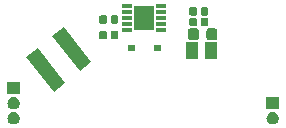
<source format=gbr>
G04 #@! TF.GenerationSoftware,KiCad,Pcbnew,(5.1.4)-1*
G04 #@! TF.CreationDate,2020-09-02T00:42:46-07:00*
G04 #@! TF.ProjectId,LED_Ring,4c45445f-5269-46e6-972e-6b696361645f,rev?*
G04 #@! TF.SameCoordinates,Original*
G04 #@! TF.FileFunction,Soldermask,Top*
G04 #@! TF.FilePolarity,Negative*
%FSLAX46Y46*%
G04 Gerber Fmt 4.6, Leading zero omitted, Abs format (unit mm)*
G04 Created by KiCad (PCBNEW (5.1.4)-1) date 2020-09-02 00:42:46*
%MOMM*%
%LPD*%
G04 APERTURE LIST*
%ADD10C,0.100000*%
G04 APERTURE END LIST*
D10*
G36*
X99112676Y-75396102D02*
G01*
X99211715Y-75426145D01*
X99302989Y-75474932D01*
X99382991Y-75540589D01*
X99448648Y-75620591D01*
X99497435Y-75711865D01*
X99527478Y-75810904D01*
X99537622Y-75913900D01*
X99527478Y-76016896D01*
X99497435Y-76115935D01*
X99448648Y-76207209D01*
X99382991Y-76287211D01*
X99302989Y-76352868D01*
X99211715Y-76401655D01*
X99112676Y-76431698D01*
X99035490Y-76439300D01*
X98983870Y-76439300D01*
X98906684Y-76431698D01*
X98807645Y-76401655D01*
X98716371Y-76352868D01*
X98636369Y-76287211D01*
X98570712Y-76207209D01*
X98521925Y-76115935D01*
X98491882Y-76016896D01*
X98481738Y-75913900D01*
X98491882Y-75810904D01*
X98521925Y-75711865D01*
X98570712Y-75620591D01*
X98636369Y-75540589D01*
X98716371Y-75474932D01*
X98807645Y-75426145D01*
X98906684Y-75396102D01*
X98983870Y-75388500D01*
X99035490Y-75388500D01*
X99112676Y-75396102D01*
X99112676Y-75396102D01*
G37*
G36*
X121044576Y-75395622D02*
G01*
X121143615Y-75425665D01*
X121234889Y-75474452D01*
X121314891Y-75540109D01*
X121380548Y-75620111D01*
X121429335Y-75711385D01*
X121459378Y-75810424D01*
X121469522Y-75913420D01*
X121459378Y-76016416D01*
X121429335Y-76115455D01*
X121380548Y-76206729D01*
X121314891Y-76286731D01*
X121234889Y-76352388D01*
X121143615Y-76401175D01*
X121044576Y-76431218D01*
X120967390Y-76438820D01*
X120915770Y-76438820D01*
X120838584Y-76431218D01*
X120739545Y-76401175D01*
X120648271Y-76352388D01*
X120568269Y-76286731D01*
X120502612Y-76206729D01*
X120453825Y-76115455D01*
X120423782Y-76016416D01*
X120413638Y-75913420D01*
X120423782Y-75810424D01*
X120453825Y-75711385D01*
X120502612Y-75620111D01*
X120568269Y-75540109D01*
X120648271Y-75474452D01*
X120739545Y-75425665D01*
X120838584Y-75395622D01*
X120915770Y-75388020D01*
X120967390Y-75388020D01*
X121044576Y-75395622D01*
X121044576Y-75395622D01*
G37*
G36*
X99112676Y-74126102D02*
G01*
X99211715Y-74156145D01*
X99302989Y-74204932D01*
X99382991Y-74270589D01*
X99448648Y-74350591D01*
X99497435Y-74441865D01*
X99527478Y-74540904D01*
X99537622Y-74643900D01*
X99527478Y-74746896D01*
X99497435Y-74845935D01*
X99448648Y-74937209D01*
X99382991Y-75017211D01*
X99302989Y-75082868D01*
X99211715Y-75131655D01*
X99112676Y-75161698D01*
X99035490Y-75169300D01*
X98983870Y-75169300D01*
X98906684Y-75161698D01*
X98807645Y-75131655D01*
X98716371Y-75082868D01*
X98636369Y-75017211D01*
X98570712Y-74937209D01*
X98521925Y-74845935D01*
X98491882Y-74746896D01*
X98481738Y-74643900D01*
X98491882Y-74540904D01*
X98521925Y-74441865D01*
X98570712Y-74350591D01*
X98636369Y-74270589D01*
X98716371Y-74204932D01*
X98807645Y-74156145D01*
X98906684Y-74126102D01*
X98983870Y-74118500D01*
X99035490Y-74118500D01*
X99112676Y-74126102D01*
X99112676Y-74126102D01*
G37*
G36*
X121466980Y-75168820D02*
G01*
X120416180Y-75168820D01*
X120416180Y-74118020D01*
X121466980Y-74118020D01*
X121466980Y-75168820D01*
X121466980Y-75168820D01*
G37*
G36*
X99535080Y-73899300D02*
G01*
X98484280Y-73899300D01*
X98484280Y-72848500D01*
X99535080Y-72848500D01*
X99535080Y-73899300D01*
X99535080Y-73899300D01*
G37*
G36*
X103379821Y-72910946D02*
G01*
X102399062Y-73677198D01*
X100084667Y-70714908D01*
X101065426Y-69948656D01*
X103379821Y-72910946D01*
X103379821Y-72910946D01*
G37*
G36*
X105581523Y-71190788D02*
G01*
X104600764Y-71957040D01*
X102286369Y-68994750D01*
X103267128Y-68228498D01*
X105581523Y-71190788D01*
X105581523Y-71190788D01*
G37*
G36*
X116220000Y-70865600D02*
G01*
X115239200Y-70865600D01*
X115239200Y-69494800D01*
X116220000Y-69494800D01*
X116220000Y-70865600D01*
X116220000Y-70865600D01*
G37*
G36*
X114580000Y-70865600D02*
G01*
X113599200Y-70865600D01*
X113599200Y-69494800D01*
X114580000Y-69494800D01*
X114580000Y-70865600D01*
X114580000Y-70865600D01*
G37*
G36*
X111478800Y-70240800D02*
G01*
X110928000Y-70240800D01*
X110928000Y-69690000D01*
X111478800Y-69690000D01*
X111478800Y-70240800D01*
X111478800Y-70240800D01*
G37*
G36*
X109278800Y-70240800D02*
G01*
X108728000Y-70240800D01*
X108728000Y-69690000D01*
X109278800Y-69690000D01*
X109278800Y-70240800D01*
X109278800Y-70240800D01*
G37*
G36*
X114520697Y-68312399D02*
G01*
X114559307Y-68324111D01*
X114594893Y-68343133D01*
X114626076Y-68368724D01*
X114651667Y-68399907D01*
X114670689Y-68435493D01*
X114682401Y-68474103D01*
X114686600Y-68516741D01*
X114686600Y-69100459D01*
X114682401Y-69143097D01*
X114670689Y-69181707D01*
X114651667Y-69217293D01*
X114626076Y-69248476D01*
X114594893Y-69274067D01*
X114559307Y-69293089D01*
X114520697Y-69304801D01*
X114478059Y-69309000D01*
X113969341Y-69309000D01*
X113926703Y-69304801D01*
X113888093Y-69293089D01*
X113852507Y-69274067D01*
X113821324Y-69248476D01*
X113795733Y-69217293D01*
X113776711Y-69181707D01*
X113764999Y-69143097D01*
X113760800Y-69100459D01*
X113760800Y-68516741D01*
X113764999Y-68474103D01*
X113776711Y-68435493D01*
X113795733Y-68399907D01*
X113821324Y-68368724D01*
X113852507Y-68343133D01*
X113888093Y-68324111D01*
X113926703Y-68312399D01*
X113969341Y-68308200D01*
X114478059Y-68308200D01*
X114520697Y-68312399D01*
X114520697Y-68312399D01*
G37*
G36*
X116095697Y-68312399D02*
G01*
X116134307Y-68324111D01*
X116169893Y-68343133D01*
X116201076Y-68368724D01*
X116226667Y-68399907D01*
X116245689Y-68435493D01*
X116257401Y-68474103D01*
X116261600Y-68516741D01*
X116261600Y-69100459D01*
X116257401Y-69143097D01*
X116245689Y-69181707D01*
X116226667Y-69217293D01*
X116201076Y-69248476D01*
X116169893Y-69274067D01*
X116134307Y-69293089D01*
X116095697Y-69304801D01*
X116053059Y-69309000D01*
X115544341Y-69309000D01*
X115501703Y-69304801D01*
X115463093Y-69293089D01*
X115427507Y-69274067D01*
X115396324Y-69248476D01*
X115370733Y-69217293D01*
X115351711Y-69181707D01*
X115339999Y-69143097D01*
X115335800Y-69100459D01*
X115335800Y-68516741D01*
X115339999Y-68474103D01*
X115351711Y-68435493D01*
X115370733Y-68399907D01*
X115396324Y-68368724D01*
X115427507Y-68343133D01*
X115463093Y-68324111D01*
X115501703Y-68312399D01*
X115544341Y-68308200D01*
X116053059Y-68308200D01*
X116095697Y-68312399D01*
X116095697Y-68312399D01*
G37*
G36*
X107757850Y-68542231D02*
G01*
X107783088Y-68549887D01*
X107806355Y-68562323D01*
X107826744Y-68579056D01*
X107843477Y-68599445D01*
X107855913Y-68622712D01*
X107863569Y-68647950D01*
X107866400Y-68676691D01*
X107866400Y-69092909D01*
X107863569Y-69121650D01*
X107855913Y-69146888D01*
X107843477Y-69170155D01*
X107826744Y-69190544D01*
X107806355Y-69207277D01*
X107783088Y-69219713D01*
X107757850Y-69227369D01*
X107729109Y-69230200D01*
X107362891Y-69230200D01*
X107334150Y-69227369D01*
X107308912Y-69219713D01*
X107285645Y-69207277D01*
X107265256Y-69190544D01*
X107248523Y-69170155D01*
X107236087Y-69146888D01*
X107228431Y-69121650D01*
X107225600Y-69092909D01*
X107225600Y-68676691D01*
X107228431Y-68647950D01*
X107236087Y-68622712D01*
X107248523Y-68599445D01*
X107265256Y-68579056D01*
X107285645Y-68562323D01*
X107308912Y-68549887D01*
X107334150Y-68542231D01*
X107362891Y-68539400D01*
X107729109Y-68539400D01*
X107757850Y-68542231D01*
X107757850Y-68542231D01*
G37*
G36*
X106787850Y-68542231D02*
G01*
X106813088Y-68549887D01*
X106836355Y-68562323D01*
X106856744Y-68579056D01*
X106873477Y-68599445D01*
X106885913Y-68622712D01*
X106893569Y-68647950D01*
X106896400Y-68676691D01*
X106896400Y-69092909D01*
X106893569Y-69121650D01*
X106885913Y-69146888D01*
X106873477Y-69170155D01*
X106856744Y-69190544D01*
X106836355Y-69207277D01*
X106813088Y-69219713D01*
X106787850Y-69227369D01*
X106759109Y-69230200D01*
X106392891Y-69230200D01*
X106364150Y-69227369D01*
X106338912Y-69219713D01*
X106315645Y-69207277D01*
X106295256Y-69190544D01*
X106278523Y-69170155D01*
X106266087Y-69146888D01*
X106258431Y-69121650D01*
X106255600Y-69092909D01*
X106255600Y-68676691D01*
X106258431Y-68647950D01*
X106266087Y-68622712D01*
X106278523Y-68599445D01*
X106295256Y-68579056D01*
X106315645Y-68562323D01*
X106338912Y-68549887D01*
X106364150Y-68542231D01*
X106392891Y-68539400D01*
X106759109Y-68539400D01*
X106787850Y-68542231D01*
X106787850Y-68542231D01*
G37*
G36*
X111924800Y-68596401D02*
G01*
X111061200Y-68596401D01*
X111061200Y-68240801D01*
X111924800Y-68240801D01*
X111924800Y-68596401D01*
X111924800Y-68596401D01*
G37*
G36*
X109029200Y-68596401D02*
G01*
X108165600Y-68596401D01*
X108165600Y-68240801D01*
X109029200Y-68240801D01*
X109029200Y-68596401D01*
X109029200Y-68596401D01*
G37*
G36*
X110870700Y-68447300D02*
G01*
X109219700Y-68447300D01*
X109219700Y-66389900D01*
X110870700Y-66389900D01*
X110870700Y-68447300D01*
X110870700Y-68447300D01*
G37*
G36*
X115377850Y-67424631D02*
G01*
X115403088Y-67432287D01*
X115426355Y-67444723D01*
X115446744Y-67461456D01*
X115463477Y-67481845D01*
X115475913Y-67505112D01*
X115483569Y-67530350D01*
X115486400Y-67559091D01*
X115486400Y-67975309D01*
X115483569Y-68004050D01*
X115475913Y-68029288D01*
X115463477Y-68052555D01*
X115446744Y-68072944D01*
X115426355Y-68089677D01*
X115403088Y-68102113D01*
X115377850Y-68109769D01*
X115349109Y-68112600D01*
X114982891Y-68112600D01*
X114954150Y-68109769D01*
X114928912Y-68102113D01*
X114905645Y-68089677D01*
X114885256Y-68072944D01*
X114868523Y-68052555D01*
X114856087Y-68029288D01*
X114848431Y-68004050D01*
X114845600Y-67975309D01*
X114845600Y-67559091D01*
X114848431Y-67530350D01*
X114856087Y-67505112D01*
X114868523Y-67481845D01*
X114885256Y-67461456D01*
X114905645Y-67444723D01*
X114928912Y-67432287D01*
X114954150Y-67424631D01*
X114982891Y-67421800D01*
X115349109Y-67421800D01*
X115377850Y-67424631D01*
X115377850Y-67424631D01*
G37*
G36*
X114407850Y-67424631D02*
G01*
X114433088Y-67432287D01*
X114456355Y-67444723D01*
X114476744Y-67461456D01*
X114493477Y-67481845D01*
X114505913Y-67505112D01*
X114513569Y-67530350D01*
X114516400Y-67559091D01*
X114516400Y-67975309D01*
X114513569Y-68004050D01*
X114505913Y-68029288D01*
X114493477Y-68052555D01*
X114476744Y-68072944D01*
X114456355Y-68089677D01*
X114433088Y-68102113D01*
X114407850Y-68109769D01*
X114379109Y-68112600D01*
X114012891Y-68112600D01*
X113984150Y-68109769D01*
X113958912Y-68102113D01*
X113935645Y-68089677D01*
X113915256Y-68072944D01*
X113898523Y-68052555D01*
X113886087Y-68029288D01*
X113878431Y-68004050D01*
X113875600Y-67975309D01*
X113875600Y-67559091D01*
X113878431Y-67530350D01*
X113886087Y-67505112D01*
X113898523Y-67481845D01*
X113915256Y-67461456D01*
X113935645Y-67444723D01*
X113958912Y-67432287D01*
X113984150Y-67424631D01*
X114012891Y-67421800D01*
X114379109Y-67421800D01*
X114407850Y-67424631D01*
X114407850Y-67424631D01*
G37*
G36*
X111924800Y-68096399D02*
G01*
X111061200Y-68096399D01*
X111061200Y-67740799D01*
X111924800Y-67740799D01*
X111924800Y-68096399D01*
X111924800Y-68096399D01*
G37*
G36*
X109029200Y-68096399D02*
G01*
X108165600Y-68096399D01*
X108165600Y-67740799D01*
X109029200Y-67740799D01*
X109029200Y-68096399D01*
X109029200Y-68096399D01*
G37*
G36*
X106787850Y-67221431D02*
G01*
X106813088Y-67229087D01*
X106836355Y-67241523D01*
X106856744Y-67258256D01*
X106873477Y-67278645D01*
X106885913Y-67301912D01*
X106893569Y-67327150D01*
X106896400Y-67355891D01*
X106896400Y-67772109D01*
X106893569Y-67800850D01*
X106885913Y-67826088D01*
X106873477Y-67849355D01*
X106856744Y-67869744D01*
X106836355Y-67886477D01*
X106813088Y-67898913D01*
X106787850Y-67906569D01*
X106759109Y-67909400D01*
X106392891Y-67909400D01*
X106364150Y-67906569D01*
X106338912Y-67898913D01*
X106315645Y-67886477D01*
X106295256Y-67869744D01*
X106278523Y-67849355D01*
X106266087Y-67826088D01*
X106258431Y-67800850D01*
X106255600Y-67772109D01*
X106255600Y-67355891D01*
X106258431Y-67327150D01*
X106266087Y-67301912D01*
X106278523Y-67278645D01*
X106295256Y-67258256D01*
X106315645Y-67241523D01*
X106338912Y-67229087D01*
X106364150Y-67221431D01*
X106392891Y-67218600D01*
X106759109Y-67218600D01*
X106787850Y-67221431D01*
X106787850Y-67221431D01*
G37*
G36*
X107757850Y-67221431D02*
G01*
X107783088Y-67229087D01*
X107806355Y-67241523D01*
X107826744Y-67258256D01*
X107843477Y-67278645D01*
X107855913Y-67301912D01*
X107863569Y-67327150D01*
X107866400Y-67355891D01*
X107866400Y-67772109D01*
X107863569Y-67800850D01*
X107855913Y-67826088D01*
X107843477Y-67849355D01*
X107826744Y-67869744D01*
X107806355Y-67886477D01*
X107783088Y-67898913D01*
X107757850Y-67906569D01*
X107729109Y-67909400D01*
X107362891Y-67909400D01*
X107334150Y-67906569D01*
X107308912Y-67898913D01*
X107285645Y-67886477D01*
X107265256Y-67869744D01*
X107248523Y-67849355D01*
X107236087Y-67826088D01*
X107228431Y-67800850D01*
X107225600Y-67772109D01*
X107225600Y-67355891D01*
X107228431Y-67327150D01*
X107236087Y-67301912D01*
X107248523Y-67278645D01*
X107265256Y-67258256D01*
X107285645Y-67241523D01*
X107308912Y-67229087D01*
X107334150Y-67221431D01*
X107362891Y-67218600D01*
X107729109Y-67218600D01*
X107757850Y-67221431D01*
X107757850Y-67221431D01*
G37*
G36*
X109029200Y-67596400D02*
G01*
X108165600Y-67596400D01*
X108165600Y-67240800D01*
X109029200Y-67240800D01*
X109029200Y-67596400D01*
X109029200Y-67596400D01*
G37*
G36*
X111924800Y-67596400D02*
G01*
X111061200Y-67596400D01*
X111061200Y-67240800D01*
X111924800Y-67240800D01*
X111924800Y-67596400D01*
X111924800Y-67596400D01*
G37*
G36*
X114407850Y-66535631D02*
G01*
X114433088Y-66543287D01*
X114456355Y-66555723D01*
X114476744Y-66572456D01*
X114493477Y-66592845D01*
X114505913Y-66616112D01*
X114513569Y-66641350D01*
X114516400Y-66670091D01*
X114516400Y-67086309D01*
X114513569Y-67115050D01*
X114505913Y-67140288D01*
X114493477Y-67163555D01*
X114476744Y-67183944D01*
X114456355Y-67200677D01*
X114433088Y-67213113D01*
X114407850Y-67220769D01*
X114379109Y-67223600D01*
X114012891Y-67223600D01*
X113984150Y-67220769D01*
X113958912Y-67213113D01*
X113935645Y-67200677D01*
X113915256Y-67183944D01*
X113898523Y-67163555D01*
X113886087Y-67140288D01*
X113878431Y-67115050D01*
X113875600Y-67086309D01*
X113875600Y-66670091D01*
X113878431Y-66641350D01*
X113886087Y-66616112D01*
X113898523Y-66592845D01*
X113915256Y-66572456D01*
X113935645Y-66555723D01*
X113958912Y-66543287D01*
X113984150Y-66535631D01*
X114012891Y-66532800D01*
X114379109Y-66532800D01*
X114407850Y-66535631D01*
X114407850Y-66535631D01*
G37*
G36*
X115377850Y-66535631D02*
G01*
X115403088Y-66543287D01*
X115426355Y-66555723D01*
X115446744Y-66572456D01*
X115463477Y-66592845D01*
X115475913Y-66616112D01*
X115483569Y-66641350D01*
X115486400Y-66670091D01*
X115486400Y-67086309D01*
X115483569Y-67115050D01*
X115475913Y-67140288D01*
X115463477Y-67163555D01*
X115446744Y-67183944D01*
X115426355Y-67200677D01*
X115403088Y-67213113D01*
X115377850Y-67220769D01*
X115349109Y-67223600D01*
X114982891Y-67223600D01*
X114954150Y-67220769D01*
X114928912Y-67213113D01*
X114905645Y-67200677D01*
X114885256Y-67183944D01*
X114868523Y-67163555D01*
X114856087Y-67140288D01*
X114848431Y-67115050D01*
X114845600Y-67086309D01*
X114845600Y-66670091D01*
X114848431Y-66641350D01*
X114856087Y-66616112D01*
X114868523Y-66592845D01*
X114885256Y-66572456D01*
X114905645Y-66555723D01*
X114928912Y-66543287D01*
X114954150Y-66535631D01*
X114982891Y-66532800D01*
X115349109Y-66532800D01*
X115377850Y-66535631D01*
X115377850Y-66535631D01*
G37*
G36*
X111924800Y-67096401D02*
G01*
X111061200Y-67096401D01*
X111061200Y-66740801D01*
X111924800Y-66740801D01*
X111924800Y-67096401D01*
X111924800Y-67096401D01*
G37*
G36*
X109029200Y-67096401D02*
G01*
X108165600Y-67096401D01*
X108165600Y-66740801D01*
X109029200Y-66740801D01*
X109029200Y-67096401D01*
X109029200Y-67096401D01*
G37*
G36*
X111924800Y-66596399D02*
G01*
X111061200Y-66596399D01*
X111061200Y-66240799D01*
X111924800Y-66240799D01*
X111924800Y-66596399D01*
X111924800Y-66596399D01*
G37*
G36*
X109029200Y-66596399D02*
G01*
X108165600Y-66596399D01*
X108165600Y-66240799D01*
X109029200Y-66240799D01*
X109029200Y-66596399D01*
X109029200Y-66596399D01*
G37*
M02*

</source>
